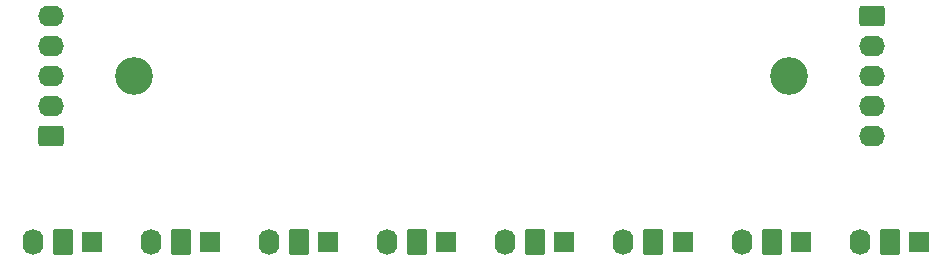
<source format=gbs>
G04 #@! TF.GenerationSoftware,KiCad,Pcbnew,7.0.1*
G04 #@! TF.CreationDate,2023-08-26T14:25:07-05:00*
G04 #@! TF.ProjectId,Shift In Breakout Board V2,53686966-7420-4496-9e20-427265616b6f,rev?*
G04 #@! TF.SameCoordinates,Original*
G04 #@! TF.FileFunction,Soldermask,Bot*
G04 #@! TF.FilePolarity,Negative*
%FSLAX46Y46*%
G04 Gerber Fmt 4.6, Leading zero omitted, Abs format (unit mm)*
G04 Created by KiCad (PCBNEW 7.0.1) date 2023-08-26 14:25:07*
%MOMM*%
%LPD*%
G01*
G04 APERTURE LIST*
G04 Aperture macros list*
%AMRoundRect*
0 Rectangle with rounded corners*
0 $1 Rounding radius*
0 $2 $3 $4 $5 $6 $7 $8 $9 X,Y pos of 4 corners*
0 Add a 4 corners polygon primitive as box body*
4,1,4,$2,$3,$4,$5,$6,$7,$8,$9,$2,$3,0*
0 Add four circle primitives for the rounded corners*
1,1,$1+$1,$2,$3*
1,1,$1+$1,$4,$5*
1,1,$1+$1,$6,$7*
1,1,$1+$1,$8,$9*
0 Add four rect primitives between the rounded corners*
20,1,$1+$1,$2,$3,$4,$5,0*
20,1,$1+$1,$4,$5,$6,$7,0*
20,1,$1+$1,$6,$7,$8,$9,0*
20,1,$1+$1,$8,$9,$2,$3,0*%
G04 Aperture macros list end*
%ADD10RoundRect,0.250000X0.620000X0.845000X-0.620000X0.845000X-0.620000X-0.845000X0.620000X-0.845000X0*%
%ADD11O,1.740000X2.190000*%
%ADD12RoundRect,0.250000X-0.845000X0.620000X-0.845000X-0.620000X0.845000X-0.620000X0.845000X0.620000X0*%
%ADD13O,2.190000X1.740000*%
%ADD14R,1.700000X1.700000*%
%ADD15RoundRect,0.250000X0.845000X-0.620000X0.845000X0.620000X-0.845000X0.620000X-0.845000X-0.620000X0*%
%ADD16C,3.200000*%
G04 APERTURE END LIST*
D10*
X155689949Y-102310051D03*
D11*
X153149949Y-102310051D03*
D12*
X184169949Y-83230051D03*
D13*
X184169949Y-85770051D03*
X184169949Y-88310051D03*
X184169949Y-90850051D03*
X184169949Y-93390051D03*
D10*
X135689949Y-102310051D03*
D11*
X133149949Y-102310051D03*
D10*
X125689949Y-102310051D03*
D11*
X123149949Y-102310051D03*
D14*
X138149949Y-102310051D03*
X128149949Y-102310051D03*
D10*
X165689949Y-102310051D03*
D11*
X163149949Y-102310051D03*
D15*
X114709949Y-93390051D03*
D13*
X114709949Y-90850051D03*
X114709949Y-88310051D03*
X114709949Y-85770051D03*
X114709949Y-83230051D03*
D16*
X177189949Y-88310051D03*
D14*
X118149949Y-102310051D03*
D10*
X175689949Y-102310051D03*
D11*
X173149949Y-102310051D03*
D14*
X178149949Y-102310051D03*
X148149949Y-102310051D03*
X188149949Y-102310051D03*
X168149949Y-102310051D03*
D10*
X115689949Y-102310051D03*
D11*
X113149949Y-102310051D03*
D10*
X185689949Y-102310051D03*
D11*
X183149949Y-102310051D03*
D10*
X145689949Y-102310051D03*
D11*
X143149949Y-102310051D03*
D16*
X121689949Y-88310051D03*
D14*
X158149949Y-102310051D03*
M02*

</source>
